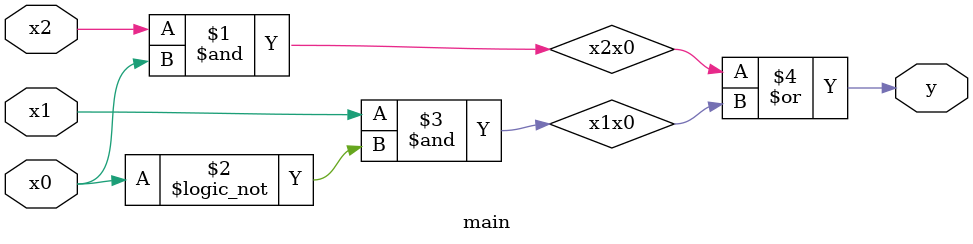
<source format=v>
`timescale 1ns / 1ns
module main(y, x2, x1, x0);

input x2, x1, x0;
output y;

wire x2x0;
wire x1x0;

and(x2x0, x2, x0);
and(x1x0, x1, !x0);

or(y, x2x0, x1x0);

endmodule
</source>
